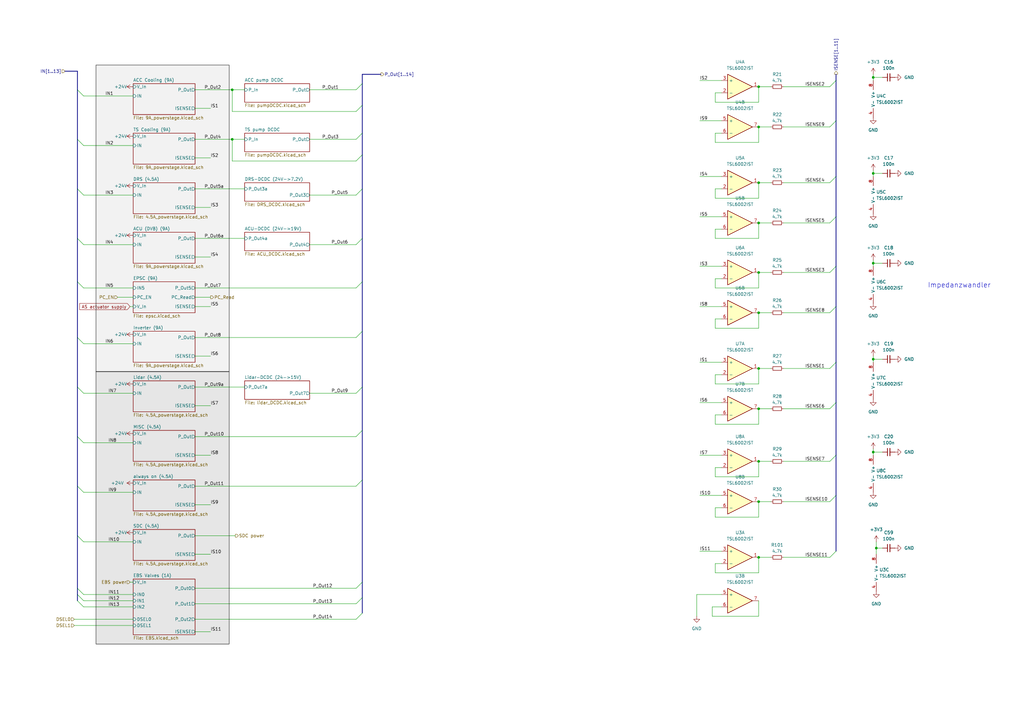
<source format=kicad_sch>
(kicad_sch (version 20231120) (generator "eeschema") (generator_version "8.0")
  (paper "A3")
  (title_block (title "PDU FT25") (date "2025-01-15") (rev "V1.2") (company "Janek Herm") (comment 1 "FaSTTUBe Electronics"))
  (lib_symbols
    (symbol "Device:C_Small" (pin_numbers hide) (pin_names (offset 0.254) hide)
      (property "Reference" "C" (at 0.254 1.778 0))
      (property "Value" "C_Small" (at 0.254 -2.032 0))
      (symbol "C_Small_0_1"
        (polyline (pts (xy -1.524 -0.508) (xy 1.524 -0.508)) (stroke (width 0.3302)))
        (polyline (pts (xy -1.524 0.508) (xy 1.524 0.508)) (stroke (width 0.3048)))
      )
      (symbol "C_Small_1_1"
        (pin passive line (at 0 2.54 270) (length 2.032) (name "~") (number "1"))
        (pin passive line (at 0 -2.54 90) (length 2.032) (name "~") (number "2"))
      )
    )
    (symbol "Device:Opamp_Dual"
      (property "Reference" "U" (at 0 5.08 0))
      (property "Value" "Opamp_Dual" (at 0 -5.08 0))
      (symbol "Opamp_Dual_1_1"
        (polyline (pts (xy -5.08 5.08) (xy 5.08 0) (xy -5.08 -5.08) (xy -5.08 5.08)) (stroke (width 0.254)) (fill (type background)))
        (pin output line (at 7.62 0 180) (length 2.54) (name "~") (number "1"))
        (pin input line (at -7.62 -2.54 0) (length 2.54) (name "-") (number "2"))
        (pin input line (at -7.62 2.54 0) (length 2.54) (name "+") (number "3"))
      )
      (symbol "Opamp_Dual_2_1"
        (polyline (pts (xy -5.08 5.08) (xy 5.08 0) (xy -5.08 -5.08) (xy -5.08 5.08)) (stroke (width 0.254)) (fill (type background)))
        (pin input line (at -7.62 2.54 0) (length 2.54) (name "+") (number "5"))
        (pin input line (at -7.62 -2.54 0) (length 2.54) (name "-") (number "6"))
        (pin output line (at 7.62 0 180) (length 2.54) (name "~") (number "7"))
      )
      (symbol "Opamp_Dual_3_1"
        (pin power_in line (at -2.54 -7.62 90) (length 3.81) (name "V-") (number "4"))
        (pin power_in line (at -2.54 7.62 270) (length 3.81) (name "V+") (number "8"))
      )
    )
    (symbol "Device:R_Small" (pin_numbers hide) (pin_names (offset 0.254) hide)
      (property "Reference" "R" (at 0.762 0.508 0))
      (property "Value" "R_Small" (at 0.762 -1.016 0))
      (symbol "R_Small_0_1"
        (rectangle (start -0.762 1.778) (end 0.762 -1.778) (stroke (width 0.2032)))
      )
      (symbol "R_Small_1_1"
        (pin passive line (at 0 2.54 270) (length 0.762) (name "~") (number "1"))
        (pin passive line (at 0 -2.54 90) (length 0.762) (name "~") (number "2"))
      )
    )
    (symbol "power:+12V" (power) (pin_numbers hide) (pin_names (offset 0) hide)
      (property "Value" "+12V" (at 0 3.556 0))
      (symbol "+12V_0_1"
        (polyline (pts (xy -0.762 1.27) (xy 0 2.54)))
        (polyline (pts (xy 0 0) (xy 0 2.54)))
        (polyline (pts (xy 0 2.54) (xy 0.762 1.27)))
      )
      (symbol "+12V_1_1"
        (pin power_in line (at 0 0 90) (length 0) (name "~") (number "1"))
      )
    )
    (symbol "power:+24V" (power) (pin_numbers hide) (pin_names (offset 0) hide)
      (property "Value" "+24V" (at 0 3.556 0))
      (symbol "+24V_0_1"
        (polyline (pts (xy -0.762 1.27) (xy 0 2.54)))
        (polyline (pts (xy 0 0) (xy 0 2.54)))
        (polyline (pts (xy 0 2.54) (xy 0.762 1.27)))
      )
      (symbol "+24V_1_1"
        (pin power_in line (at 0 0 90) (length 0) (name "~") (number "1"))
      )
    )
    (symbol "power:+3.3V" (power) (pin_numbers hide) (pin_names (offset 0) hide)
      (property "Value" "+3.3V" (at 0 3.556 0))
      (symbol "+3.3V_0_1"
        (polyline (pts (xy -0.762 1.27) (xy 0 2.54)))
        (polyline (pts (xy 0 0) (xy 0 2.54)))
        (polyline (pts (xy 0 2.54) (xy 0.762 1.27)))
      )
      (symbol "+3.3V_1_1"
        (pin power_in line (at 0 0 90) (length 0) (name "~") (number "1"))
      )
    )
    (symbol "power:GND" (power) (pin_numbers hide) (pin_names (offset 0) hide)
      (property "Value" "GND" (at 0 -3.81 0))
      (symbol "GND_0_1"
        (polyline (pts (xy 0 0) (xy 0 -1.27) (xy 1.27 -1.27) (xy 0 -2.54) (xy -1.27 -1.27) (xy 0 -1.27)))
      )
      (symbol "GND_1_1"
        (pin power_in line (at 0 0 270) (length 0) (name "~") (number "1"))
      )
    )
  )
  (junction (at 311.15 111.76))
  (junction (at 358.14 71.12))
  (junction (at 358.14 31.75))
  (junction (at 358.14 185.42))
  (junction (at 311.15 128.27))
  (junction (at 95.25 36.83))
  (junction (at 95.25 57.15))
  (junction (at 311.15 52.07))
  (junction (at 311.15 205.74))
  (junction (at 311.15 228.6))
  (junction (at 359.41 224.79))
  (junction (at 311.15 151.13))
  (junction (at 311.15 91.44))
  (junction (at 311.15 35.56))
  (junction (at 358.14 147.32))
  (junction (at 358.14 107.95))
  (junction (at 311.15 74.93))
  (junction (at 311.15 189.23))
  (junction (at 311.15 167.64))
  (bus_entry (at 340.36 228.6) (size 2.54 -2.54))
  (bus_entry (at 31.75 199.39) (size 2.54 2.54))
  (bus_entry (at 34.29 80.01) (size -2.54 -2.54))
  (bus_entry (at 31.75 219.71) (size 2.54 2.54))
  (bus_entry (at 146.05 254) (size 2.54 -2.54))
  (bus_entry (at 34.29 140.97) (size -2.54 -2.54))
  (bus_entry (at 146.05 247.65) (size 2.54 -2.54))
  (bus_entry (at 340.36 151.13) (size 2.54 -2.54))
  (bus_entry (at 146.05 179.07) (size 2.54 -2.54))
  (bus_entry (at 340.36 189.23) (size 2.54 -2.54))
  (bus_entry (at 146.05 100.33) (size 2.54 -2.54))
  (bus_entry (at 146.05 199.39) (size 2.54 -2.54))
  (bus_entry (at 340.36 111.76) (size 2.54 -2.54))
  (bus_entry (at 340.36 205.74) (size 2.54 -2.54))
  (bus_entry (at 340.36 74.93) (size 2.54 -2.54))
  (bus_entry (at 34.29 118.11) (size -2.54 -2.54))
  (bus_entry (at 146.05 118.11) (size 2.54 -2.54))
  (bus_entry (at 340.36 52.07) (size 2.54 -2.54))
  (bus_entry (at 34.29 100.33) (size -2.54 -2.54))
  (bus_entry (at 146.05 57.15) (size 2.54 -2.54))
  (bus_entry (at 146.05 161.29) (size 2.54 -2.54))
  (bus_entry (at 146.05 66.04) (size 2.54 -2.54))
  (bus_entry (at 146.05 241.3) (size 2.54 -2.54))
  (bus_entry (at 340.36 167.64) (size 2.54 -2.54))
  (bus_entry (at 31.75 179.07) (size 2.54 2.54))
  (bus_entry (at 34.29 39.37) (size -2.54 -2.54))
  (bus_entry (at 146.05 80.01) (size 2.54 -2.54))
  (bus_entry (at 340.36 91.44) (size 2.54 -2.54))
  (bus_entry (at 31.75 243.84) (size 2.54 2.54))
  (bus_entry (at 31.75 246.38) (size 2.54 2.54))
  (bus_entry (at 31.75 241.3) (size 2.54 2.54))
  (bus_entry (at 146.05 45.72) (size 2.54 -2.54))
  (bus_entry (at 340.36 128.27) (size 2.54 -2.54))
  (bus_entry (at 340.36 35.56) (size 2.54 -2.54))
  (bus_entry (at 34.29 59.69) (size -2.54 -2.54))
  (bus_entry (at 146.05 138.43) (size 2.54 -2.54))
  (bus_entry (at 146.05 36.83) (size 2.54 -2.54))
  (bus_entry (at 31.75 158.75) (size 2.54 2.54))
  (wire (pts (xy 293.37 130.81) (xy 293.37 134.62)))
  (bus (pts (xy 342.9 88.9) (xy 342.9 109.22)))
  (wire (pts (xy 311.15 189.23) (xy 311.15 195.58)))
  (bus (pts (xy 342.9 125.73) (xy 342.9 148.59)))
  (wire (pts (xy 321.31 52.07) (xy 340.36 52.07)))
  (wire (pts (xy 311.15 151.13) (xy 311.15 157.48)))
  (wire (pts (xy 34.29 100.33) (xy 54.61 100.33)))
  (wire (pts (xy 311.15 234.95) (xy 311.15 228.6)))
  (wire (pts (xy 321.31 205.74) (xy 340.36 205.74)))
  (bus (pts (xy 342.9 148.59) (xy 342.9 165.1)))
  (bus (pts (xy 31.75 243.84) (xy 31.75 246.38)))
  (wire (pts (xy 358.14 30.48) (xy 358.14 31.75)))
  (wire (pts (xy 311.15 205.74) (xy 311.15 212.09)))
  (wire (pts (xy 359.41 224.79) (xy 361.95 224.79)))
  (wire (pts (xy 295.91 248.92) (xy 292.1 248.92)))
  (wire (pts (xy 311.15 128.27) (xy 311.15 134.62)))
  (wire (pts (xy 293.37 81.28) (xy 311.15 81.28)))
  (bus (pts (xy 31.75 241.3) (xy 31.75 243.84)))
  (wire (pts (xy 293.37 54.61) (xy 293.37 58.42)))
  (wire (pts (xy 311.15 74.93) (xy 316.23 74.93)))
  (wire (pts (xy 287.02 33.02) (xy 295.91 33.02)))
  (wire (pts (xy 287.02 226.06) (xy 295.91 226.06)))
  (wire (pts (xy 311.15 189.23) (xy 316.23 189.23)))
  (wire (pts (xy 95.25 45.72) (xy 146.05 45.72)))
  (wire (pts (xy 95.25 36.83) (xy 100.33 36.83)))
  (wire (pts (xy 293.37 195.58) (xy 311.15 195.58)))
  (wire (pts (xy 80.01 146.05) (xy 86.36 146.05)))
  (bus (pts (xy 148.59 63.5) (xy 148.59 77.47)))
  (wire (pts (xy 295.91 231.14) (xy 293.37 231.14)))
  (wire (pts (xy 292.1 248.92) (xy 292.1 252.73)))
  (wire (pts (xy 53.34 238.76) (xy 54.61 238.76)))
  (wire (pts (xy 34.29 80.01) (xy 54.61 80.01)))
  (wire (pts (xy 295.91 114.3) (xy 293.37 114.3)))
  (wire (pts (xy 285.75 243.84) (xy 295.91 243.84)))
  (wire (pts (xy 295.91 191.77) (xy 293.37 191.77)))
  (wire (pts (xy 311.15 35.56) (xy 316.23 35.56)))
  (wire (pts (xy 295.91 130.81) (xy 293.37 130.81)))
  (wire (pts (xy 295.91 54.61) (xy 293.37 54.61)))
  (wire (pts (xy 311.15 111.76) (xy 316.23 111.76)))
  (bus (pts (xy 148.59 238.76) (xy 148.59 245.11)))
  (wire (pts (xy 295.91 170.18) (xy 293.37 170.18)))
  (wire (pts (xy 287.02 148.59) (xy 295.91 148.59)))
  (bus (pts (xy 156.21 30.48) (xy 148.59 30.48)))
  (wire (pts (xy 358.14 107.95) (xy 361.95 107.95)))
  (wire (pts (xy 295.91 208.28) (xy 293.37 208.28)))
  (wire (pts (xy 358.14 69.85) (xy 358.14 71.12)))
  (wire (pts (xy 293.37 212.09) (xy 311.15 212.09)))
  (wire (pts (xy 30.48 254) (xy 54.61 254)))
  (wire (pts (xy 80.01 77.47) (xy 100.33 77.47)))
  (bus (pts (xy 342.9 72.39) (xy 342.9 88.9)))
  (wire (pts (xy 80.01 44.45) (xy 86.36 44.45)))
  (bus (pts (xy 148.59 158.75) (xy 148.59 176.53)))
  (wire (pts (xy 321.31 151.13) (xy 340.36 151.13)))
  (wire (pts (xy 358.14 185.42) (xy 358.14 186.69)))
  (wire (pts (xy 321.31 228.6) (xy 340.36 228.6)))
  (wire (pts (xy 127 57.15) (xy 146.05 57.15)))
  (wire (pts (xy 80.01 179.07) (xy 146.05 179.07)))
  (wire (pts (xy 287.02 125.73) (xy 295.91 125.73)))
  (wire (pts (xy 287.02 109.22) (xy 295.91 109.22)))
  (wire (pts (xy 358.14 71.12) (xy 361.95 71.12)))
  (wire (pts (xy 80.01 138.43) (xy 146.05 138.43)))
  (bus (pts (xy 342.9 109.22) (xy 342.9 125.73)))
  (wire (pts (xy 311.15 167.64) (xy 316.23 167.64)))
  (wire (pts (xy 311.15 52.07) (xy 311.15 58.42)))
  (wire (pts (xy 358.14 31.75) (xy 361.95 31.75)))
  (wire (pts (xy 34.29 243.84) (xy 54.61 243.84)))
  (bus (pts (xy 31.75 57.15) (xy 31.75 77.47)))
  (bus (pts (xy 31.75 29.21) (xy 31.75 36.83)))
  (wire (pts (xy 321.31 128.27) (xy 340.36 128.27)))
  (bus (pts (xy 148.59 196.85) (xy 148.59 238.76)))
  (wire (pts (xy 287.02 72.39) (xy 295.91 72.39)))
  (wire (pts (xy 311.15 52.07) (xy 316.23 52.07)))
  (wire (pts (xy 80.01 105.41) (xy 86.36 105.41)))
  (wire (pts (xy 359.41 222.25) (xy 359.41 224.79)))
  (wire (pts (xy 293.37 157.48) (xy 311.15 157.48)))
  (wire (pts (xy 311.15 205.74) (xy 316.23 205.74)))
  (wire (pts (xy 80.01 125.73) (xy 86.36 125.73)))
  (wire (pts (xy 293.37 97.79) (xy 311.15 97.79)))
  (wire (pts (xy 80.01 158.75) (xy 100.33 158.75)))
  (wire (pts (xy 295.91 93.98) (xy 293.37 93.98)))
  (bus (pts (xy 31.75 179.07) (xy 31.75 199.39)))
  (wire (pts (xy 80.01 207.01) (xy 86.36 207.01)))
  (bus (pts (xy 26.67 29.21) (xy 31.75 29.21)))
  (wire (pts (xy 287.02 186.69) (xy 295.91 186.69)))
  (wire (pts (xy 293.37 58.42) (xy 311.15 58.42)))
  (bus (pts (xy 31.75 97.79) (xy 31.75 115.57)))
  (wire (pts (xy 293.37 234.95) (xy 311.15 234.95)))
  (bus (pts (xy 148.59 176.53) (xy 148.59 196.85)))
  (wire (pts (xy 34.29 59.69) (xy 54.61 59.69)))
  (bus (pts (xy 342.9 186.69) (xy 342.9 203.2)))
  (wire (pts (xy 358.14 147.32) (xy 358.14 148.59)))
  (wire (pts (xy 295.91 153.67) (xy 293.37 153.67)))
  (bus (pts (xy 31.75 219.71) (xy 31.75 241.3)))
  (wire (pts (xy 292.1 252.73) (xy 311.15 252.73)))
  (wire (pts (xy 321.31 91.44) (xy 340.36 91.44)))
  (wire (pts (xy 285.75 243.84) (xy 285.75 252.73)))
  (bus (pts (xy 148.59 245.11) (xy 148.59 251.46)))
  (wire (pts (xy 80.01 247.65) (xy 146.05 247.65)))
  (wire (pts (xy 293.37 153.67) (xy 293.37 157.48)))
  (wire (pts (xy 34.29 39.37) (xy 54.61 39.37)))
  (wire (pts (xy 293.37 38.1) (xy 293.37 41.91)))
  (wire (pts (xy 34.29 222.25) (xy 54.61 222.25)))
  (wire (pts (xy 293.37 208.28) (xy 293.37 212.09)))
  (wire (pts (xy 80.01 64.77) (xy 86.36 64.77)))
  (wire (pts (xy 95.25 57.15) (xy 95.25 66.04)))
  (bus (pts (xy 342.9 165.1) (xy 342.9 186.69)))
  (wire (pts (xy 80.01 254) (xy 146.05 254)))
  (wire (pts (xy 34.29 118.11) (xy 54.61 118.11)))
  (wire (pts (xy 30.48 256.54) (xy 54.61 256.54)))
  (wire (pts (xy 311.15 252.73) (xy 311.15 246.38)))
  (wire (pts (xy 358.14 184.15) (xy 358.14 185.42)))
  (wire (pts (xy 321.31 74.93) (xy 340.36 74.93)))
  (wire (pts (xy 358.14 71.12) (xy 358.14 72.39)))
  (wire (pts (xy 293.37 134.62) (xy 311.15 134.62)))
  (bus (pts (xy 148.59 43.18) (xy 148.59 54.61)))
  (wire (pts (xy 287.02 165.1) (xy 295.91 165.1)))
  (bus (pts (xy 148.59 77.47) (xy 148.59 97.79)))
  (wire (pts (xy 311.15 111.76) (xy 311.15 118.11)))
  (wire (pts (xy 321.31 111.76) (xy 340.36 111.76)))
  (wire (pts (xy 287.02 49.53) (xy 295.91 49.53)))
  (wire (pts (xy 80.01 121.92) (xy 86.36 121.92)))
  (wire (pts (xy 80.01 118.11) (xy 146.05 118.11)))
  (bus (pts (xy 31.75 158.75) (xy 31.75 179.07)))
  (wire (pts (xy 295.91 77.47) (xy 293.37 77.47)))
  (wire (pts (xy 293.37 170.18) (xy 293.37 173.99)))
  (bus (pts (xy 342.9 33.02) (xy 342.9 49.53)))
  (wire (pts (xy 80.01 219.71) (xy 96.52 219.71)))
  (wire (pts (xy 127 100.33) (xy 146.05 100.33)))
  (bus (pts (xy 31.75 36.83) (xy 31.75 57.15)))
  (wire (pts (xy 95.25 66.04) (xy 146.05 66.04)))
  (wire (pts (xy 34.29 181.61) (xy 54.61 181.61)))
  (wire (pts (xy 293.37 41.91) (xy 311.15 41.91)))
  (wire (pts (xy 293.37 118.11) (xy 311.15 118.11)))
  (wire (pts (xy 34.29 246.38) (xy 54.61 246.38)))
  (bus (pts (xy 342.9 203.2) (xy 342.9 226.06)))
  (wire (pts (xy 293.37 231.14) (xy 293.37 234.95)))
  (wire (pts (xy 358.14 185.42) (xy 361.95 185.42)))
  (bus (pts (xy 148.59 135.89) (xy 148.59 158.75)))
  (wire (pts (xy 53.34 125.73) (xy 54.61 125.73)))
  (wire (pts (xy 311.15 74.93) (xy 311.15 81.28)))
  (wire (pts (xy 80.01 36.83) (xy 95.25 36.83)))
  (wire (pts (xy 95.25 57.15) (xy 100.33 57.15)))
  (wire (pts (xy 293.37 93.98) (xy 293.37 97.79)))
  (wire (pts (xy 295.91 38.1) (xy 293.37 38.1)))
  (bus (pts (xy 148.59 34.29) (xy 148.59 43.18)))
  (wire (pts (xy 54.61 201.93) (xy 34.29 201.93)))
  (wire (pts (xy 358.14 147.32) (xy 361.95 147.32)))
  (wire (pts (xy 293.37 173.99) (xy 311.15 173.99)))
  (wire (pts (xy 127 80.01) (xy 146.05 80.01)))
  (wire (pts (xy 80.01 199.39) (xy 146.05 199.39)))
  (wire (pts (xy 80.01 57.15) (xy 95.25 57.15)))
  (bus (pts (xy 31.75 77.47) (xy 31.75 97.79)))
  (wire (pts (xy 293.37 191.77) (xy 293.37 195.58)))
  (bus (pts (xy 342.9 49.53) (xy 342.9 72.39)))
  (bus (pts (xy 148.59 97.79) (xy 148.59 115.57)))
  (bus (pts (xy 148.59 30.48) (xy 148.59 34.29)))
  (wire (pts (xy 80.01 186.69) (xy 86.36 186.69)))
  (wire (pts (xy 287.02 203.2) (xy 295.91 203.2)))
  (bus (pts (xy 148.59 115.57) (xy 148.59 135.89)))
  (wire (pts (xy 321.31 35.56) (xy 340.36 35.56)))
  (wire (pts (xy 358.14 146.05) (xy 358.14 147.32)))
  (wire (pts (xy 80.01 241.3) (xy 146.05 241.3)))
  (wire (pts (xy 80.01 259.08) (xy 86.36 259.08)))
  (bus (pts (xy 31.75 199.39) (xy 31.75 219.71)))
  (bus (pts (xy 31.75 138.43) (xy 31.75 158.75)))
  (wire (pts (xy 311.15 91.44) (xy 311.15 97.79)))
  (wire (pts (xy 80.01 166.37) (xy 86.36 166.37)))
  (wire (pts (xy 311.15 167.64) (xy 311.15 173.99)))
  (wire (pts (xy 358.14 31.75) (xy 358.14 33.02)))
  (wire (pts (xy 311.15 91.44) (xy 316.23 91.44)))
  (wire (pts (xy 34.29 140.97) (xy 54.61 140.97)))
  (wire (pts (xy 321.31 189.23) (xy 340.36 189.23)))
  (wire (pts (xy 359.41 224.79) (xy 359.41 227.33)))
  (wire (pts (xy 358.14 106.68) (xy 358.14 107.95)))
  (wire (pts (xy 95.25 36.83) (xy 95.25 45.72)))
  (wire (pts (xy 311.15 35.56) (xy 311.15 41.91)))
  (wire (pts (xy 293.37 77.47) (xy 293.37 81.28)))
  (wire (pts (xy 80.01 227.33) (xy 86.36 227.33)))
  (wire (pts (xy 287.02 88.9) (xy 295.91 88.9)))
  (bus (pts (xy 31.75 115.57) (xy 31.75 138.43)))
  (wire (pts (xy 311.15 151.13) (xy 316.23 151.13)))
  (wire (pts (xy 34.29 161.29) (xy 54.61 161.29)))
  (wire (pts (xy 358.14 107.95) (xy 358.14 109.22)))
  (wire (pts (xy 34.29 248.92) (xy 54.61 248.92)))
  (wire (pts (xy 321.31 167.64) (xy 340.36 167.64)))
  (wire (pts (xy 80.01 85.09) (xy 86.36 85.09)))
  (wire (pts (xy 80.01 97.79) (xy 100.33 97.79)))
  (bus (pts (xy 148.59 54.61) (xy 148.59 63.5)))
  (wire (pts (xy 311.15 128.27) (xy 316.23 128.27)))
  (wire (pts (xy 127 161.29) (xy 146.05 161.29)))
  (wire (pts (xy 293.37 114.3) (xy 293.37 118.11)))
  (wire (pts (xy 48.26 121.92) (xy 54.61 121.92)))
  (wire (pts (xy 311.15 228.6) (xy 316.23 228.6)))
  (wire (pts (xy 127 36.83) (xy 146.05 36.83)))
  (bus (pts (xy 342.9 30.48) (xy 342.9 33.02)))
  (rectangle (start 39.37 152.4) (end 93.98 264.16) (stroke (width 0) (color 0 0 0 1)) (fill (type color) (color 132 132 132 0.2)))
  (rectangle (start 39.37 26.67) (end 93.98 152.4) (stroke (width 0) (color 0 0 0 1)) (fill (type color) (color 194 194 194 0.2)))
  (text "Impedanzwandler" (at 393.446 117.094 0) (effects (font (size 2 2))))
  (label "P_Out10" (at 83.82 179.07 0))
  (label "ISENSE10" (at 330.2 205.74 0))
  (label "IS2" (at 86.36 64.77 0))
  (label "IN2" (at 43.18 59.69 0))
  (label "IS6" (at 86.36 146.05 0))
  (label "P_Out7" (at 83.82 118.11 0))
  (label "IS10" (at 287.02 203.2 0))
  (label "P_Out14" (at 128.27 254 0))
  (label "IS1" (at 86.36 44.45 0))
  (label "ISENSE9" (at 330.2 52.07 0))
  (label "IS7" (at 86.36 166.37 0))
  (label "P_Out2" (at 83.82 36.83 0))
  (label "IN4" (at 43.18 100.33 0))
  (label "IN10" (at 44.45 222.25 0))
  (label "IS5" (at 86.36 125.73 0))
  (label "P_Out4" (at 83.82 57.15 0))
  (label "IS9" (at 287.02 49.53 0))
  (label "IS7" (at 287.02 186.69 0))
  (label "P_Out9a" (at 83.82 158.75 0))
  (label "IN8" (at 44.45 181.61 0))
  (label "IS1" (at 287.02 148.59 0))
  (label "IN13" (at 44.45 248.92 0))
  (label "IS8" (at 86.36 186.69 0))
  (label "IS2" (at 287.02 33.02 0))
  (label "IS3" (at 287.02 109.22 0))
  (label "P_Out5" (at 135.89 80.01 0))
  (label "IS11" (at 287.02 226.06 0))
  (label "ISENSE4" (at 330.2 74.93 0))
  (label "IN6" (at 43.18 140.97 0))
  (label "IS5" (at 287.02 88.9 0))
  (label "IS8" (at 287.02 125.73 0))
  (label "P_Out1" (at 132.08 36.83 0))
  (label "P_Out5a" (at 83.82 77.47 0))
  (label "P_Out8" (at 83.82 138.43 0))
  (label "IS10" (at 86.36 227.33 0))
  (label "P_Out3" (at 132.08 57.15 0))
  (label "IN9" (at 44.45 201.93 0))
  (label "IN3" (at 43.18 80.01 0))
  (label "IS6" (at 287.02 165.1 0))
  (label "IS4" (at 86.36 105.41 0))
  (label "P_Out9" (at 135.89 161.29 0))
  (label "ISENSE3" (at 330.2 111.76 0))
  (label "ISENSE11" (at 330.2 228.6 0))
  (label "IN12" (at 44.45 246.38 0))
  (label "P_Out13" (at 128.27 247.65 0))
  (label "P_Out6" (at 135.89 100.33 0))
  (label "IS4" (at 287.02 72.39 0))
  (label "P_Out11" (at 83.82 199.39 0))
  (label "IS9" (at 86.36 207.01 0))
  (label "IN7" (at 44.45 161.29 0))
  (label "ISENSE2" (at 330.2 35.56 0))
  (label "P_Out12" (at 128.27 241.3 0))
  (label "IS3" (at 86.36 85.09 0))
  (label "IN1" (at 43.18 39.37 0))
  (label "ISENSE8" (at 330.2 128.27 0))
  (label "ISENSE1" (at 330.2 151.13 0))
  (label "P_Out6a" (at 83.82 97.79 0))
  (label "ISENSE7" (at 330.2 189.23 0))
  (label "IN5" (at 43.18 118.11 0))
  (label "IS11" (at 86.36 259.08 0))
  (label "IN11" (at 44.45 243.84 0))
  (label "ISENSE5" (at 330.2 91.44 0))
  (label "ISENSE6" (at 330.2 167.64 0))
  (global_label "AS actuator supply" (shape input) (at 53.34 125.73 180) (property "Intersheetrefs" "${INTERSHEET_REFS}" (effects (hide yes))))
  (hierarchical_label "PC_EN" (shape input) (at 48.26 121.92 180))
  (hierarchical_label "ISENSE[1..11]" (shape output) (at 342.9 30.48 90))
  (hierarchical_label "PC_Read" (shape output) (at 86.36 121.92 0))
  (hierarchical_label "DSEL0" (shape input) (at 30.48 254 180))
  (hierarchical_label "DSEL1" (shape input) (at 30.48 256.54 180))
  (hierarchical_label "P_Out[1..14]" (shape output) (at 156.21 30.48 0))
  (hierarchical_label "IN[1..13]" (shape input) (at 26.67 29.21 180))
  (hierarchical_label "SDC power" (shape output) (at 96.52 219.71 0))
  (hierarchical_label "EBS power" (shape input) (at 53.34 238.76 180) (effects (font (thickness 0.1588))))
  (symbol (lib_id "power:GND") (at 367.03 147.32 90) (unit 1)
    (property "Reference" "#PWR061" (effects (hide yes)))
    (property "Value" "GND" (at 370.84 147.3199 90) (effects (justify right)))
    (property "Description" "Power symbol creates a global label with name \"GND\" , ground" (effects (hide yes)))
  )
  (symbol (lib_id "Device:C_Small") (at 364.49 224.79 90) (unit 1)
    (property "Reference" "C59" (at 364.4963 218.44 90))
    (property "Value" "100n" (at 364.4963 220.98 90))
    (property "Footprint" "Capacitor_SMD:C_0603_1608Metric" (effects (hide yes)))
    (property "Description" "Unpolarized capacitor, small symbol" (effects (hide yes)))
  )
  (symbol (lib_id "power:+12V") (at 54.61 76.2 90) (unit 1)
    (property "Reference" "#PWR053" (effects (hide yes)))
    (property "Value" "+24V" (at 49.53 76.2 90))
    (property "Description" "Power symbol creates a global label with name \"+12V\"" (effects (hide yes)))
  )
  (symbol (lib_id "Device:Opamp_Dual") (at 360.68 194.31 0) (unit 3)
    (property "Reference" "U8" (at 359.41 193.0399 0) (effects (justify left)))
    (property "Value" "TSL6002IST" (at 359.41 195.5799 0) (effects (justify left)))
    (property "Footprint" "TSL6002IST:SOP65P490X110-8N" (effects (hide yes)))
    (property "Datasheet" "https://www.st.com/resource/en/datasheet/tsl6001.pdf" (effects (hide yes)))
    (property "Description" "Dual operational amplifier" (effects (hide yes)))
    (property "Sim.Library" "${KICAD7_SYMBOL_DIR}/Simulation_SPICE.sp" (effects (hide yes)))
    (property "Sim.Name" "kicad_builtin_opamp_dual" (effects (hide yes)))
    (property "Sim.Device" "SUBCKT" (effects (hide yes)))
    (property "Sim.Pins" "1=out1 2=in1- 3=in1+ 4=vee 5=in2+ 6=in2- 7=out2 8=vcc" (effects (hide yes)))
  )
  (symbol (lib_id "Device:R_Small") (at 318.77 128.27 90) (unit 1)
    (property "Reference" "R26" (at 318.77 123.19 90))
    (property "Value" "4.7k" (at 318.77 125.73 90))
    (property "Footprint" "Resistor_SMD:R_0603_1608Metric" (effects (hide yes)))
    (property "Description" "Resistor, small symbol" (effects (hide yes)))
  )
  (symbol (lib_id "Device:C_Small") (at 364.49 31.75 90) (unit 1)
    (property "Reference" "C16" (at 364.4963 25.4 90))
    (property "Value" "100n" (at 364.4963 27.94 90))
    (property "Footprint" "Capacitor_SMD:C_0603_1608Metric" (effects (hide yes)))
    (property "Description" "Unpolarized capacitor, small symbol" (effects (hide yes)))
  )
  (symbol (lib_id "power:+24V") (at 54.61 198.12 90) (unit 1)
    (property "Reference" "#PWR067" (effects (hide yes)))
    (property "Value" "+24V" (at 50.8 198.1199 90) (effects (justify left)))
    (property "Description" "Power symbol creates a global label with name \"+24V\"" (effects (hide yes)))
  )
  (symbol (lib_id "power:+3.3V") (at 358.14 184.15 0) (unit 1)
    (property "Reference" "#PWR065" (effects (hide yes)))
    (property "Value" "+3V3" (at 358.14 179.07 0))
    (property "Description" "Power symbol creates a global label with name \"+3.3V\"" (effects (hide yes)))
  )
  (symbol (lib_id "power:GND") (at 358.14 48.26 0) (unit 1)
    (property "Reference" "#PWR049" (effects (hide yes)))
    (property "Value" "GND" (at 358.14 53.34 0))
    (property "Description" "Power symbol creates a global label with name \"GND\" , ground" (effects (hide yes)))
  )
  (symbol (lib_id "Device:Opamp_Dual") (at 361.95 234.95 0) (unit 3)
    (property "Reference" "U3" (at 360.68 233.6799 0) (effects (justify left)))
    (property "Value" "TSL6002IST" (at 360.68 236.2199 0) (effects (justify left)))
    (property "Footprint" "TSL6002IST:SOP65P490X110-8N" (effects (hide yes)))
    (property "Datasheet" "https://www.st.com/resource/en/datasheet/tsl6001.pdf" (effects (hide yes)))
    (property "Description" "Dual operational amplifier" (effects (hide yes)))
    (property "Sim.Library" "${KICAD7_SYMBOL_DIR}/Simulation_SPICE.sp" (effects (hide yes)))
    (property "Sim.Name" "kicad_builtin_opamp_dual" (effects (hide yes)))
    (property "Sim.Device" "SUBCKT" (effects (hide yes)))
    (property "Sim.Pins" "1=out1 2=in1- 3=in1+ 4=vee 5=in2+ 6=in2- 7=out2 8=vcc" (effects (hide yes)))
  )
  (symbol (lib_id "Device:Opamp_Dual") (at 303.53 91.44 0) (unit 2)
    (property "Reference" "U5" (at 303.53 81.28 0))
    (property "Value" "TSL6002IST" (at 303.53 83.82 0))
    (property "Footprint" "TSL6002IST:SOP65P490X110-8N" (effects (hide yes)))
    (property "Datasheet" "https://www.st.com/resource/en/datasheet/tsl6001.pdf" (effects (hide yes)))
    (property "Description" "Dual operational amplifier" (effects (hide yes)))
    (property "Sim.Library" "${KICAD7_SYMBOL_DIR}/Simulation_SPICE.sp" (effects (hide yes)))
    (property "Sim.Name" "kicad_builtin_opamp_dual" (effects (hide yes)))
    (property "Sim.Device" "SUBCKT" (effects (hide yes)))
    (property "Sim.Pins" "1=out1 2=in1- 3=in1+ 4=vee 5=in2+ 6=in2- 7=out2 8=vcc" (effects (hide yes)))
  )
  (symbol (lib_id "power:+3.3V") (at 358.14 69.85 0) (unit 1)
    (property "Reference" "#PWR051" (effects (hide yes)))
    (property "Value" "+3V3" (at 358.14 64.77 0))
    (property "Description" "Power symbol creates a global label with name \"+3.3V\"" (effects (hide yes)))
  )
  (symbol (lib_id "Device:Opamp_Dual") (at 360.68 80.01 0) (unit 3)
    (property "Reference" "U5" (at 359.41 78.7399 0) (effects (justify left)))
    (property "Value" "TSL6002IST" (at 359.41 81.2799 0) (effects (justify left)))
    (property "Footprint" "TSL6002IST:SOP65P490X110-8N" (effects (hide yes)))
    (property "Datasheet" "https://www.st.com/resource/en/datasheet/tsl6001.pdf" (effects (hide yes)))
    (property "Description" "Dual operational amplifier" (effects (hide yes)))
    (property "Sim.Library" "${KICAD7_SYMBOL_DIR}/Simulation_SPICE.sp" (effects (hide yes)))
    (property "Sim.Name" "kicad_builtin_opamp_dual" (effects (hide yes)))
    (property "Sim.Device" "SUBCKT" (effects (hide yes)))
    (property "Sim.Pins" "1=out1 2=in1- 3=in1+ 4=vee 5=in2+ 6=in2- 7=out2 8=vcc" (effects (hide yes)))
  )
  (symbol (lib_id "Device:C_Small") (at 364.49 185.42 90) (unit 1)
    (property "Reference" "C20" (at 364.4963 179.07 90))
    (property "Value" "100n" (at 364.4963 181.61 90))
    (property "Footprint" "Capacitor_SMD:C_0603_1608Metric" (effects (hide yes)))
    (property "Description" "Unpolarized capacitor, small symbol" (effects (hide yes)))
  )
  (symbol (lib_id "Device:R_Small") (at 318.77 111.76 90) (unit 1)
    (property "Reference" "R25" (at 318.77 106.68 90))
    (property "Value" "4.7k" (at 318.77 109.22 90))
    (property "Footprint" "Resistor_SMD:R_0603_1608Metric" (effects (hide yes)))
    (property "Description" "Resistor, small symbol" (effects (hide yes)))
  )
  (symbol (lib_id "Device:R_Small") (at 318.77 74.93 90) (unit 1)
    (property "Reference" "R23" (at 318.77 69.85 90))
    (property "Value" "4.7k" (at 318.77 72.39 90))
    (property "Footprint" "Resistor_SMD:R_0603_1608Metric" (effects (hide yes)))
    (property "Description" "Resistor, small symbol" (effects (hide yes)))
  )
  (symbol (lib_id "Device:Opamp_Dual") (at 303.53 35.56 0) (unit 1)
    (property "Reference" "U4" (at 303.53 25.4 0))
    (property "Value" "TSL6002IST" (at 303.53 27.94 0))
    (property "Footprint" "TSL6002IST:SOP65P490X110-8N" (effects (hide yes)))
    (property "Datasheet" "https://www.st.com/resource/en/datasheet/tsl6001.pdf" (effects (hide yes)))
    (property "Description" "Dual operational amplifier" (effects (hide yes)))
    (property "Sim.Library" "${KICAD7_SYMBOL_DIR}/Simulation_SPICE.sp" (effects (hide yes)))
    (property "Sim.Name" "kicad_builtin_opamp_dual" (effects (hide yes)))
    (property "Sim.Device" "SUBCKT" (effects (hide yes)))
    (property "Sim.Pins" "1=out1 2=in1- 3=in1+ 4=vee 5=in2+ 6=in2- 7=out2 8=vcc" (effects (hide yes)))
  )
  (symbol (lib_id "power:+12V") (at 54.61 137.16 90) (unit 1)
    (property "Reference" "#PWR059" (effects (hide yes)))
    (property "Value" "+24V" (at 49.53 137.16 90))
    (property "Description" "Power symbol creates a global label with name \"+12V\"" (effects (hide yes)))
  )
  (symbol (lib_id "Device:Opamp_Dual") (at 303.53 151.13 0) (unit 1)
    (property "Reference" "U7" (at 303.53 140.97 0))
    (property "Value" "TSL6002IST" (at 303.53 143.51 0))
    (property "Footprint" "TSL6002IST:SOP65P490X110-8N" (effects (hide yes)))
    (property "Datasheet" "https://www.st.com/resource/en/datasheet/tsl6001.pdf" (effects (hide yes)))
    (property "Description" "Dual operational amplifier" (effects (hide yes)))
    (property "Sim.Library" "${KICAD7_SYMBOL_DIR}/Simulation_SPICE.sp" (effects (hide yes)))
    (property "Sim.Name" "kicad_builtin_opamp_dual" (effects (hide yes)))
    (property "Sim.Device" "SUBCKT" (effects (hide yes)))
    (property "Sim.Pins" "1=out1 2=in1- 3=in1+ 4=vee 5=in2+ 6=in2- 7=out2 8=vcc" (effects (hide yes)))
  )
  (symbol (lib_id "Device:R_Small") (at 318.77 189.23 90) (unit 1)
    (property "Reference" "R29" (at 318.77 184.15 90))
    (property "Value" "4.7k" (at 318.77 186.69 90))
    (property "Footprint" "Resistor_SMD:R_0603_1608Metric" (effects (hide yes)))
    (property "Description" "Resistor, small symbol" (effects (hide yes)))
  )
  (symbol (lib_id "Device:Opamp_Dual") (at 360.68 156.21 0) (unit 3)
    (property "Reference" "U7" (at 359.41 154.9399 0) (effects (justify left)))
    (property "Value" "TSL6002IST" (at 359.41 157.4799 0) (effects (justify left)))
    (property "Footprint" "TSL6002IST:SOP65P490X110-8N" (effects (hide yes)))
    (property "Datasheet" "https://www.st.com/resource/en/datasheet/tsl6001.pdf" (effects (hide yes)))
    (property "Description" "Dual operational amplifier" (effects (hide yes)))
    (property "Sim.Library" "${KICAD7_SYMBOL_DIR}/Simulation_SPICE.sp" (effects (hide yes)))
    (property "Sim.Name" "kicad_builtin_opamp_dual" (effects (hide yes)))
    (property "Sim.Device" "SUBCKT" (effects (hide yes)))
    (property "Sim.Pins" "1=out1 2=in1- 3=in1+ 4=vee 5=in2+ 6=in2- 7=out2 8=vcc" (effects (hide yes)))
  )
  (symbol (lib_id "power:+12V") (at 54.61 35.56 90) (unit 1)
    (property "Reference" "#PWR048" (effects (hide yes)))
    (property "Value" "+24V" (at 49.53 35.56 90))
    (property "Description" "Power symbol creates a global label with name \"+12V\"" (effects (hide yes)))
  )
  (symbol (lib_id "power:+12V") (at 54.61 55.88 90) (unit 1)
    (property "Reference" "#PWR050" (effects (hide yes)))
    (property "Value" "+24V" (at 49.53 55.88 90))
    (property "Description" "Power symbol creates a global label with name \"+12V\"" (effects (hide yes)))
  )
  (symbol (lib_id "Device:Opamp_Dual") (at 303.53 111.76 0) (unit 1)
    (property "Reference" "U6" (at 303.53 101.6 0))
    (property "Value" "TSL6002IST" (at 303.53 104.14 0))
    (property "Footprint" "TSL6002IST:SOP65P490X110-8N" (effects (hide yes)))
    (property "Datasheet" "https://www.st.com/resource/en/datasheet/tsl6001.pdf" (effects (hide yes)))
    (property "Description" "Dual operational amplifier" (effects (hide yes)))
    (property "Sim.Library" "${KICAD7_SYMBOL_DIR}/Simulation_SPICE.sp" (effects (hide yes)))
    (property "Sim.Name" "kicad_builtin_opamp_dual" (effects (hide yes)))
    (property "Sim.Device" "SUBCKT" (effects (hide yes)))
    (property "Sim.Pins" "1=out1 2=in1- 3=in1+ 4=vee 5=in2+ 6=in2- 7=out2 8=vcc" (effects (hide yes)))
  )
  (symbol (lib_id "power:+3.3V") (at 358.14 30.48 0) (unit 1)
    (property "Reference" "#PWR046" (effects (hide yes)))
    (property "Value" "+3V3" (at 358.14 25.4 0))
    (property "Description" "Power symbol creates a global label with name \"+3.3V\"" (effects (hide yes)))
  )
  (symbol (lib_id "Device:Opamp_Dual") (at 360.68 40.64 0) (unit 3)
    (property "Reference" "U4" (at 359.41 39.3699 0) (effects (justify left)))
    (property "Value" "TSL6002IST" (at 359.41 41.9099 0) (effects (justify left)))
    (property "Footprint" "TSL6002IST:SOP65P490X110-8N" (effects (hide yes)))
    (property "Datasheet" "https://www.st.com/resource/en/datasheet/tsl6001.pdf" (effects (hide yes)))
    (property "Description" "Dual operational amplifier" (effects (hide yes)))
    (property "Sim.Library" "${KICAD7_SYMBOL_DIR}/Simulation_SPICE.sp" (effects (hide yes)))
    (property "Sim.Name" "kicad_builtin_opamp_dual" (effects (hide yes)))
    (property "Sim.Device" "SUBCKT" (effects (hide yes)))
    (property "Sim.Pins" "1=out1 2=in1- 3=in1+ 4=vee 5=in2+ 6=in2- 7=out2 8=vcc" (effects (hide yes)))
  )
  (symbol (lib_id "power:+12V") (at 54.61 157.48 90) (unit 1)
    (property "Reference" "#PWR062" (effects (hide yes)))
    (property "Value" "+24V" (at 49.53 157.48 90))
    (property "Description" "Power symbol creates a global label with name \"+12V\"" (effects (hide yes)))
  )
  (symbol (lib_id "Device:R_Small") (at 318.77 228.6 90) (unit 1)
    (property "Reference" "R101" (at 318.77 223.52 90))
    (property "Value" "4.7k" (at 318.77 226.06 90))
    (property "Footprint" "Resistor_SMD:R_0603_1608Metric" (effects (hide yes)))
    (property "Description" "Resistor, small symbol" (effects (hide yes)))
  )
  (symbol (lib_id "Device:R_Small") (at 318.77 35.56 90) (unit 1)
    (property "Reference" "R21" (at 318.77 30.48 90))
    (property "Value" "4.7k" (at 318.77 33.02 90))
    (property "Footprint" "Resistor_SMD:R_0603_1608Metric" (effects (hide yes)))
    (property "Description" "Resistor, small symbol" (effects (hide yes)))
  )
  (symbol (lib_id "power:GND") (at 367.03 31.75 90) (unit 1)
    (property "Reference" "#PWR047" (effects (hide yes)))
    (property "Value" "GND" (at 370.84 31.7499 90) (effects (justify right)))
    (property "Description" "Power symbol creates a global label with name \"GND\" , ground" (effects (hide yes)))
  )
  (symbol (lib_id "power:GND") (at 358.14 87.63 0) (unit 1)
    (property "Reference" "#PWR054" (effects (hide yes)))
    (property "Value" "GND" (at 358.14 92.71 0))
    (property "Description" "Power symbol creates a global label with name \"GND\" , ground" (effects (hide yes)))
  )
  (symbol (lib_id "power:GND") (at 367.03 185.42 90) (unit 1)
    (property "Reference" "#PWR066" (effects (hide yes)))
    (property "Value" "GND" (at 370.84 185.4199 90) (effects (justify right)))
    (property "Description" "Power symbol creates a global label with name \"GND\" , ground" (effects (hide yes)))
  )
  (symbol (lib_id "power:GND") (at 358.14 163.83 0) (unit 1)
    (property "Reference" "#PWR063" (effects (hide yes)))
    (property "Value" "GND" (at 358.14 168.91 0))
    (property "Description" "Power symbol creates a global label with name \"GND\" , ground" (effects (hide yes)))
  )
  (symbol (lib_id "Device:C_Small") (at 364.49 107.95 90) (unit 1)
    (property "Reference" "C18" (at 364.4963 101.6 90))
    (property "Value" "100n" (at 364.4963 104.14 90))
    (property "Footprint" "Capacitor_SMD:C_0603_1608Metric" (effects (hide yes)))
    (property "Description" "Unpolarized capacitor, small symbol" (effects (hide yes)))
  )
  (symbol (lib_id "power:GND") (at 367.03 107.95 90) (unit 1)
    (property "Reference" "#PWR057" (effects (hide yes)))
    (property "Value" "GND" (at 370.84 107.9499 90) (effects (justify right)))
    (property "Description" "Power symbol creates a global label with name \"GND\" , ground" (effects (hide yes)))
  )
  (symbol (lib_id "power:GND") (at 285.75 252.73 0) (unit 1)
    (property "Reference" "#PWR0197" (effects (hide yes)))
    (property "Value" "GND" (at 285.75 257.81 0))
    (property "Description" "Power symbol creates a global label with name \"GND\" , ground" (effects (hide yes)))
  )
  (symbol (lib_id "power:+3.3V") (at 358.14 146.05 0) (unit 1)
    (property "Reference" "#PWR060" (effects (hide yes)))
    (property "Value" "+3V3" (at 358.14 140.97 0))
    (property "Description" "Power symbol creates a global label with name \"+3.3V\"" (effects (hide yes)))
  )
  (symbol (lib_id "power:+12V") (at 54.61 96.52 90) (unit 1)
    (property "Reference" "#PWR055" (effects (hide yes)))
    (property "Value" "+24V" (at 49.53 96.52 90))
    (property "Description" "Power symbol creates a global label with name \"+12V\"" (effects (hide yes)))
  )
  (symbol (lib_id "power:+3.3V") (at 359.41 222.25 0) (unit 1)
    (property "Reference" "#PWR0154" (effects (hide yes)))
    (property "Value" "+3V3" (at 359.41 217.17 0))
    (property "Description" "Power symbol creates a global label with name \"+3.3V\"" (effects (hide yes)))
  )
  (symbol (lib_id "Device:Opamp_Dual") (at 303.53 228.6 0) (unit 1)
    (property "Reference" "U3" (at 303.53 218.44 0))
    (property "Value" "TSL6002IST" (at 303.53 220.98 0))
    (property "Footprint" "TSL6002IST:SOP65P490X110-8N" (effects (hide yes)))
    (property "Datasheet" "https://www.st.com/resource/en/datasheet/tsl6001.pdf" (effects (hide yes)))
    (property "Description" "Dual operational amplifier" (effects (hide yes)))
    (property "Sim.Library" "${KICAD7_SYMBOL_DIR}/Simulation_SPICE.sp" (effects (hide yes)))
    (property "Sim.Name" "kicad_builtin_opamp_dual" (effects (hide yes)))
    (property "Sim.Device" "SUBCKT" (effects (hide yes)))
    (property "Sim.Pins" "1=out1 2=in1- 3=in1+ 4=vee 5=in2+ 6=in2- 7=out2 8=vcc" (effects (hide yes)))
  )
  (symbol (lib_id "power:GND") (at 367.03 224.79 90) (unit 1)
    (property "Reference" "#PWR0155" (effects (hide yes)))
    (property "Value" "GND" (at 370.84 224.7899 90) (effects (justify right)))
    (property "Description" "Power symbol creates a global label with name \"GND\" , ground" (effects (hide yes)))
  )
  (symbol (lib_id "Device:Opamp_Dual") (at 303.53 246.38 0) (unit 2)
    (property "Reference" "U3" (at 303.53 236.22 0))
    (property "Value" "TSL6002IST" (at 303.53 238.76 0))
    (property "Footprint" "TSL6002IST:SOP65P490X110-8N" (effects (hide yes)))
    (property "Datasheet" "https://www.st.com/resource/en/datasheet/tsl6001.pdf" (effects (hide yes)))
    (property "Description" "Dual operational amplifier" (effects (hide yes)))
    (property "Sim.Library" "${KICAD7_SYMBOL_DIR}/Simulation_SPICE.sp" (effects (hide yes)))
    (property "Sim.Name" "kicad_builtin_opamp_dual" (effects (hide yes)))
    (property "Sim.Device" "SUBCKT" (effects (hide yes)))
    (property "Sim.Pins" "1=out1 2=in1- 3=in1+ 4=vee 5=in2+ 6=in2- 7=out2 8=vcc" (effects (hide yes)))
  )
  (symbol (lib_id "Device:Opamp_Dual") (at 303.53 189.23 0) (unit 1)
    (property "Reference" "U8" (at 303.53 179.07 0))
    (property "Value" "TSL6002IST" (at 303.53 181.61 0))
    (property "Footprint" "TSL6002IST:SOP65P490X110-8N" (effects (hide yes)))
    (property "Datasheet" "https://www.st.com/resource/en/datasheet/tsl6001.pdf" (effects (hide yes)))
    (property "Description" "Dual operational amplifier" (effects (hide yes)))
    (property "Sim.Library" "${KICAD7_SYMBOL_DIR}/Simulation_SPICE.sp" (effects (hide yes)))
    (property "Sim.Name" "kicad_builtin_opamp_dual" (effects (hide yes)))
    (property "Sim.Device" "SUBCKT" (effects (hide yes)))
    (property "Sim.Pins" "1=out1 2=in1- 3=in1+ 4=vee 5=in2+ 6=in2- 7=out2 8=vcc" (effects (hide yes)))
  )
  (symbol (lib_id "power:+12V") (at 54.61 177.8 90) (unit 1)
    (property "Reference" "#PWR064" (effects (hide yes)))
    (property "Value" "+24V" (at 49.53 177.8 90))
    (property "Description" "Power symbol creates a global label with name \"+12V\"" (effects (hide yes)))
  )
  (symbol (lib_id "Device:R_Small") (at 318.77 91.44 90) (unit 1)
    (property "Reference" "R24" (at 318.77 86.36 90))
    (property "Value" "4.7k" (at 318.77 88.9 90))
    (property "Footprint" "Resistor_SMD:R_0603_1608Metric" (effects (hide yes)))
    (property "Description" "Resistor, small symbol" (effects (hide yes)))
  )
  (symbol (lib_id "power:GND") (at 359.41 242.57 0) (unit 1)
    (property "Reference" "#PWR036" (effects (hide yes)))
    (property "Value" "GND" (at 359.41 247.65 0))
    (property "Description" "Power symbol creates a global label with name \"GND\" , ground" (effects (hide yes)))
  )
  (symbol (lib_id "Device:C_Small") (at 364.49 147.32 90) (unit 1)
    (property "Reference" "C19" (at 364.4963 140.97 90))
    (property "Value" "100n" (at 364.4963 143.51 90))
    (property "Footprint" "Capacitor_SMD:C_0603_1608Metric" (effects (hide yes)))
    (property "Description" "Unpolarized capacitor, small symbol" (effects (hide yes)))
  )
  (symbol (lib_id "power:+12V") (at 54.61 218.44 90) (unit 1)
    (property "Reference" "#PWR069" (effects (hide yes)))
    (property "Value" "+24V" (at 49.53 218.44 90))
    (property "Description" "Power symbol creates a global label with name \"+12V\"" (effects (hide yes)))
  )
  (symbol (lib_id "Device:Opamp_Dual") (at 303.53 167.64 0) (unit 2)
    (property "Reference" "U7" (at 303.53 157.48 0))
    (property "Value" "TSL6002IST" (at 303.53 160.02 0))
    (property "Footprint" "TSL6002IST:SOP65P490X110-8N" (effects (hide yes)))
    (property "Datasheet" "https://www.st.com/resource/en/datasheet/tsl6001.pdf" (effects (hide yes)))
    (property "Description" "Dual operational amplifier" (effects (hide yes)))
    (property "Sim.Library" "${KICAD7_SYMBOL_DIR}/Simulation_SPICE.sp" (effects (hide yes)))
    (property "Sim.Name" "kicad_builtin_opamp_dual" (effects (hide yes)))
    (property "Sim.Device" "SUBCKT" (effects (hide yes)))
    (property "Sim.Pins" "1=out1 2=in1- 3=in1+ 4=vee 5=in2+ 6=in2- 7=out2 8=vcc" (effects (hide yes)))
  )
  (symbol (lib_id "Device:Opamp_Dual") (at 303.53 74.93 0) (unit 1)
    (property "Reference" "U5" (at 303.53 64.77 0))
    (property "Value" "TSL6002IST" (at 303.53 67.31 0))
    (property "Footprint" "TSL6002IST:SOP65P490X110-8N" (effects (hide yes)))
    (property "Datasheet" "https://www.st.com/resource/en/datasheet/tsl6001.pdf" (effects (hide yes)))
    (property "Description" "Dual operational amplifier" (effects (hide yes)))
    (property "Sim.Library" "${KICAD7_SYMBOL_DIR}/Simulation_SPICE.sp" (effects (hide yes)))
    (property "Sim.Name" "kicad_builtin_opamp_dual" (effects (hide yes)))
    (property "Sim.Device" "SUBCKT" (effects (hide yes)))
    (property "Sim.Pins" "1=out1 2=in1- 3=in1+ 4=vee 5=in2+ 6=in2- 7=out2 8=vcc" (effects (hide yes)))
  )
  (symbol (lib_id "Device:Opamp_Dual") (at 360.68 116.84 0) (unit 3)
    (property "Reference" "U6" (at 359.41 115.5699 0) (effects (justify left)))
    (property "Value" "TSL6002IST" (at 359.41 118.1099 0) (effects (justify left)))
    (property "Footprint" "TSL6002IST:SOP65P490X110-8N" (effects (hide yes)))
    (property "Datasheet" "https://www.st.com/resource/en/datasheet/tsl6001.pdf" (effects (hide yes)))
    (property "Description" "Dual operational amplifier" (effects (hide yes)))
    (property "Sim.Library" "${KICAD7_SYMBOL_DIR}/Simulation_SPICE.sp" (effects (hide yes)))
    (property "Sim.Name" "kicad_builtin_opamp_dual" (effects (hide yes)))
    (property "Sim.Device" "SUBCKT" (effects (hide yes)))
    (property "Sim.Pins" "1=out1 2=in1- 3=in1+ 4=vee 5=in2+ 6=in2- 7=out2 8=vcc" (effects (hide yes)))
  )
  (symbol (lib_id "Device:R_Small") (at 318.77 205.74 90) (unit 1)
    (property "Reference" "R30" (at 318.77 200.66 90))
    (property "Value" "4.7k" (at 318.77 203.2 90))
    (property "Footprint" "Resistor_SMD:R_0603_1608Metric" (effects (hide yes)))
    (property "Description" "Resistor, small symbol" (effects (hide yes)))
  )
  (symbol (lib_id "Device:R_Small") (at 318.77 151.13 90) (unit 1)
    (property "Reference" "R27" (at 318.77 146.05 90))
    (property "Value" "4.7k" (at 318.77 148.59 90))
    (property "Footprint" "Resistor_SMD:R_0603_1608Metric" (effects (hide yes)))
    (property "Description" "Resistor, small symbol" (effects (hide yes)))
  )
  (symbol (lib_id "Device:R_Small") (at 318.77 52.07 90) (unit 1)
    (property "Reference" "R22" (at 318.77 46.99 90))
    (property "Value" "4.7k" (at 318.77 49.53 90))
    (property "Footprint" "Resistor_SMD:R_0603_1608Metric" (effects (hide yes)))
    (property "Description" "Resistor, small symbol" (effects (hide yes)))
  )
  (symbol (lib_id "power:GND") (at 367.03 71.12 90) (unit 1)
    (property "Reference" "#PWR052" (effects (hide yes)))
    (property "Value" "GND" (at 370.84 71.1199 90) (effects (justify right)))
    (property "Description" "Power symbol creates a global label with name \"GND\" , ground" (effects (hide yes)))
  )
  (symbol (lib_id "Device:R_Small") (at 318.77 167.64 90) (unit 1)
    (property "Reference" "R28" (at 318.77 162.56 90))
    (property "Value" "4.7k" (at 318.77 165.1 90))
    (property "Footprint" "Resistor_SMD:R_0603_1608Metric" (effects (hide yes)))
    (property "Description" "Resistor, small symbol" (effects (hide yes)))
  )
  (symbol (lib_id "power:+3.3V") (at 358.14 106.68 0) (unit 1)
    (property "Reference" "#PWR056" (effects (hide yes)))
    (property "Value" "+3V3" (at 358.14 101.6 0))
    (property "Description" "Power symbol creates a global label with name \"+3.3V\"" (effects (hide yes)))
  )
  (symbol (lib_id "Device:Opamp_Dual") (at 303.53 205.74 0) (unit 2)
    (property "Reference" "U8" (at 303.53 195.58 0))
    (property "Value" "TSL6002IST" (at 303.53 198.12 0))
    (property "Footprint" "TSL6002IST:SOP65P490X110-8N" (effects (hide yes)))
    (property "Datasheet" "https://www.st.com/resource/en/datasheet/tsl6001.pdf" (effects (hide yes)))
    (property "Description" "Dual operational amplifier" (effects (hide yes)))
    (property "Sim.Library" "${KICAD7_SYMBOL_DIR}/Simulation_SPICE.sp" (effects (hide yes)))
    (property "Sim.Name" "kicad_builtin_opamp_dual" (effects (hide yes)))
    (property "Sim.Device" "SUBCKT" (effects (hide yes)))
    (property "Sim.Pins" "1=out1 2=in1- 3=in1+ 4=vee 5=in2+ 6=in2- 7=out2 8=vcc" (effects (hide yes)))
  )
  (symbol (lib_id "power:GND") (at 358.14 201.93 0) (unit 1)
    (property "Reference" "#PWR068" (effects (hide yes)))
    (property "Value" "GND" (at 358.14 207.01 0))
    (property "Description" "Power symbol creates a global label with name \"GND\" , ground" (effects (hide yes)))
  )
  (symbol (lib_id "Device:Opamp_Dual") (at 303.53 128.27 0) (unit 2)
    (property "Reference" "U6" (at 303.53 118.11 0))
    (property "Value" "TSL6002IST" (at 303.53 120.65 0))
    (property "Footprint" "TSL6002IST:SOP65P490X110-8N" (effects (hide yes)))
    (property "Datasheet" "https://www.st.com/resource/en/datasheet/tsl6001.pdf" (effects (hide yes)))
    (property "Description" "Dual operational amplifier" (effects (hide yes)))
    (property "Sim.Library" "${KICAD7_SYMBOL_DIR}/Simulation_SPICE.sp" (effects (hide yes)))
    (property "Sim.Name" "kicad_builtin_opamp_dual" (effects (hide yes)))
    (property "Sim.Device" "SUBCKT" (effects (hide yes)))
    (property "Sim.Pins" "1=out1 2=in1- 3=in1+ 4=vee 5=in2+ 6=in2- 7=out2 8=vcc" (effects (hide yes)))
  )
  (symbol (lib_id "power:GND") (at 358.14 124.46 0) (unit 1)
    (property "Reference" "#PWR058" (effects (hide yes)))
    (property "Value" "GND" (at 358.14 129.54 0))
    (property "Description" "Power symbol creates a global label with name \"GND\" , ground" (effects (hide yes)))
  )
  (symbol (lib_id "Device:C_Small") (at 364.49 71.12 90) (unit 1)
    (property "Reference" "C17" (at 364.4963 64.77 90))
    (property "Value" "100n" (at 364.4963 67.31 90))
    (property "Footprint" "Capacitor_SMD:C_0603_1608Metric" (effects (hide yes)))
    (property "Description" "Unpolarized capacitor, small symbol" (effects (hide yes)))
  )
  (symbol (lib_id "Device:Opamp_Dual") (at 303.53 52.07 0) (unit 2)
    (property "Reference" "U4" (at 303.53 41.91 0))
    (property "Value" "TSL6002IST" (at 303.53 44.45 0))
    (property "Footprint" "TSL6002IST:SOP65P490X110-8N" (effects (hide yes)))
    (property "Datasheet" "https://www.st.com/resource/en/datasheet/tsl6001.pdf" (effects (hide yes)))
    (property "Description" "Dual operational amplifier" (effects (hide yes)))
    (property "Sim.Library" "${KICAD7_SYMBOL_DIR}/Simulation_SPICE.sp" (effects (hide yes)))
    (property "Sim.Name" "kicad_builtin_opamp_dual" (effects (hide yes)))
    (property "Sim.Device" "SUBCKT" (effects (hide yes)))
    (property "Sim.Pins" "1=out1 2=in1- 3=in1+ 4=vee 5=in2+ 6=in2- 7=out2 8=vcc" (effects (hide yes)))
  )
  (sheet (at 54.61 74.93) (size 25.4 12.7) (stroke (width 0.1524))
    (property "Sheetname" "DRS (4.5A)" (at 54.61 74.2184 0) (effects (justify left bottom)))
    (property "Sheetfile" "4.5A_powerstage.kicad_sch" (at 54.61 88.2146 0) (effects (justify left top)))
    (pin "V_In" input (at 54.61 76.2 180))
    (pin "P_Out" output (at 80.01 77.47 0))
    (pin "IN" input (at 54.61 80.01 180))
    (pin "ISENSE" output (at 80.01 85.09 0))
  )
  (sheet (at 54.61 54.61) (size 25.4 12.7) (stroke (width 0.1524))
    (property "Sheetname" "TS Cooling (9A)" (at 54.61 53.8984 0) (effects (justify left bottom)))
    (property "Sheetfile" "9A_powerstage.kicad_sch" (at 54.61 67.8946 0) (effects (justify left top)))
    (pin "V_In" input (at 54.61 55.88 180))
    (pin "P_Out" output (at 80.01 57.15 0))
    (pin "IN" input (at 54.61 59.69 180))
    (pin "ISENSE" output (at 80.01 64.77 0))
  )
  (sheet (at 54.61 95.25) (size 25.4 12.7) (stroke (width 0.1524))
    (property "Sheetname" "ACU (DVB) (9A)" (at 54.61 94.5384 0) (effects (justify left bottom)))
    (property "Sheetfile" "9A_powerstage.kicad_sch" (at 54.61 108.5346 0) (effects (justify left top)))
    (pin "V_In" input (at 54.61 96.52 180))
    (pin "P_Out" output (at 80.01 97.79 0))
    (pin "IN" input (at 54.61 100.33 180))
    (pin "ISENSE" output (at 80.01 105.41 0))
  )
  (sheet (at 100.33 74.93) (size 26.67 7.62) (stroke (width 0.1524))
    (property "Sheetname" "DRS-DCDC (24V->7.2V)" (at 100.33 74.2184 0) (effects (justify left bottom)))
    (property "Sheetfile" "DRS_DCDC.kicad_sch" (at 100.33 83.1346 0) (effects (justify left top)))
    (pin "P_Out3a" input (at 100.33 77.47 180))
    (pin "P_Out3" output (at 127 80.01 0))
  )
  (sheet (at 54.61 135.89) (size 25.4 12.7) (stroke (width 0.1524))
    (property "Sheetname" "Inverter (9A)" (at 54.61 135.1784 0) (effects (justify left bottom)))
    (property "Sheetfile" "9A_powerstage.kicad_sch" (at 54.61 149.1746 0) (effects (justify left top)))
    (pin "V_In" input (at 54.61 137.16 180))
    (pin "IN" input (at 54.61 140.97 180))
    (pin "ISENSE" output (at 80.01 146.05 0))
    (pin "P_Out" output (at 80.01 138.43 0))
  )
  (sheet (at 100.33 95.25) (size 26.67 7.62) (stroke (width 0.1524))
    (property "Sheetname" "ACU-DCDC (24V->19V)" (at 100.33 94.5384 0) (effects (justify left bottom)))
    (property "Sheetfile" "ACU_DCDC.kicad_sch" (at 100.33 103.4546 0) (effects (justify left top)))
    (pin "P_Out4" output (at 127 100.33 0))
    (pin "P_Out4a" input (at 100.33 97.79 180))
  )
  (sheet (at 100.33 34.29) (size 26.67 7.62) (stroke (width 0.1524))
    (property "Sheetname" "ACC pump DCDC" (at 100.33 33.5784 0) (effects (justify left bottom)))
    (property "Sheetfile" "pumpDCDC.kicad_sch" (at 100.33 42.4946 0) (effects (justify left top)))
    (pin "P_In" input (at 100.33 36.83 180))
    (pin "P_Out" output (at 127 36.83 0))
  )
  (sheet (at 54.61 115.57) (size 25.4 12.7) (stroke (width 0.1524))
    (property "Sheetname" "EPSC (9A)" (at 54.61 114.8584 0) (effects (justify left bottom)))
    (property "Sheetfile" "epsc.kicad_sch" (at 54.61 128.8546 0) (effects (justify left top)))
    (pin "PC_EN" input (at 54.61 121.92 180))
    (pin "V_In" input (at 54.61 125.73 180))
    (pin "IN5" input (at 54.61 118.11 180))
    (pin "ISENSE" output (at 80.01 125.73 0))
    (pin "P_Out5" output (at 80.01 118.11 0))
    (pin "PC_Read" output (at 80.01 121.92 0))
  )
  (sheet (at 100.33 156.21) (size 26.67 7.62) (stroke (width 0.1524))
    (property "Sheetname" "Lidar-DCDC (24->15V)" (at 100.33 155.4984 0) (effects (justify left bottom)))
    (property "Sheetfile" "lidar_DCDC.kicad_sch" (at 100.33 164.4146 0) (effects (justify left top)))
    (pin "P_Out7" output (at 127 161.29 0))
    (pin "P_Out7a" input (at 100.33 158.75 180))
  )
  (sheet (at 54.61 196.85) (size 25.4 12.7) (stroke (width 0.1524))
    (property "Sheetname" "always on (4.5A)" (at 54.61 196.1384 0) (effects (justify left bottom)))
    (property "Sheetfile" "4.5A_powerstage.kicad_sch" (at 54.61 210.1346 0) (effects (justify left top)))
    (pin "V_In" input (at 54.61 198.12 180))
    (pin "P_Out" output (at 80.01 199.39 0))
    (pin "IN" input (at 54.61 201.93 180))
    (pin "ISENSE" output (at 80.01 207.01 0))
  )
  (sheet (at 100.33 54.61) (size 26.67 7.62) (stroke (width 0.1524))
    (property "Sheetname" "TS pump DCDC" (at 100.33 53.8984 0) (effects (justify left bottom)))
    (property "Sheetfile" "pumpDCDC.kicad_sch" (at 100.33 62.8146 0) (effects (justify left top)))
    (pin "P_In" input (at 100.33 57.15 180))
    (pin "P_Out" output (at 127 57.15 0))
  )
  (sheet (at 54.61 237.49) (size 25.4 22.86) (stroke (width 0.1524))
    (property "Sheetname" "EBS Valves (1A)" (at 54.61 236.7784 0) (effects (justify left bottom)))
    (property "Sheetfile" "EBS.kicad_sch" (at 54.61 260.9346 0) (effects (justify left top)))
    (pin "DSEL1" input (at 54.61 256.54 180))
    (pin "ISENSE" output (at 80.01 259.08 0))
    (pin "DSEL0" input (at 54.61 254 180))
    (pin "IN0" input (at 54.61 243.84 180))
    (pin "IN1" input (at 54.61 246.38 180))
    (pin "IN2" input (at 54.61 248.92 180))
    (pin "V_In" input (at 54.61 238.76 180))
    (pin "P_Out2" output (at 80.01 254 0))
    (pin "P_Out0" output (at 80.01 241.3 0))
    (pin "P_Out1" output (at 80.01 247.65 0))
  )
  (sheet (at 54.61 156.21) (size 25.4 12.7) (stroke (width 0.1524))
    (property "Sheetname" "Lidar (4.5A)" (at 54.61 155.4984 0) (effects (justify left bottom)))
    (property "Sheetfile" "4.5A_powerstage.kicad_sch" (at 54.61 169.4946 0) (effects (justify left top)))
    (pin "V_In" input (at 54.61 157.48 180))
    (pin "P_Out" output (at 80.01 158.75 0))
    (pin "IN" input (at 54.61 161.29 180))
    (pin "ISENSE" output (at 80.01 166.37 0))
  )
  (sheet (at 54.61 217.17) (size 25.4 12.7) (stroke (width 0.1524))
    (property "Sheetname" "SDC (4.5A)" (at 54.61 216.4584 0) (effects (justify left bottom)))
    (property "Sheetfile" "4.5A_powerstage.kicad_sch" (at 54.61 230.4546 0) (effects (justify left top)))
    (pin "V_In" input (at 54.61 218.44 180))
    (pin "IN" input (at 54.61 222.25 180))
    (pin "ISENSE" output (at 80.01 227.33 0))
    (pin "P_Out" output (at 80.01 219.71 0))
  )
  (sheet (at 54.61 34.29) (size 25.4 12.7) (stroke (width 0.1524))
    (property "Sheetname" "ACC Cooling (9A)" (at 54.61 33.5784 0) (effects (justify left bottom)))
    (property "Sheetfile" "9A_powerstage.kicad_sch" (at 54.61 47.5746 0) (effects (justify left top)))
    (pin "V_In" input (at 54.61 35.56 180))
    (pin "IN" input (at 54.61 39.37 180))
    (pin "ISENSE" output (at 80.01 44.45 0))
    (pin "P_Out" output (at 80.01 36.83 0))
  )
  (sheet (at 54.61 176.53) (size 25.4 12.7) (stroke (width 0.1524))
    (property "Sheetname" "MISC (4.5A)" (at 54.61 175.8184 0) (effects (justify left bottom)))
    (property "Sheetfile" "4.5A_powerstage.kicad_sch" (at 54.61 189.8146 0) (effects (justify left top)))
    (pin "V_In" input (at 54.61 177.8 180))
    (pin "P_Out" output (at 80.01 179.07 0))
    (pin "IN" input (at 54.61 181.61 180))
    (pin "ISENSE" output (at 80.01 186.69 0))
  )
)
</source>
